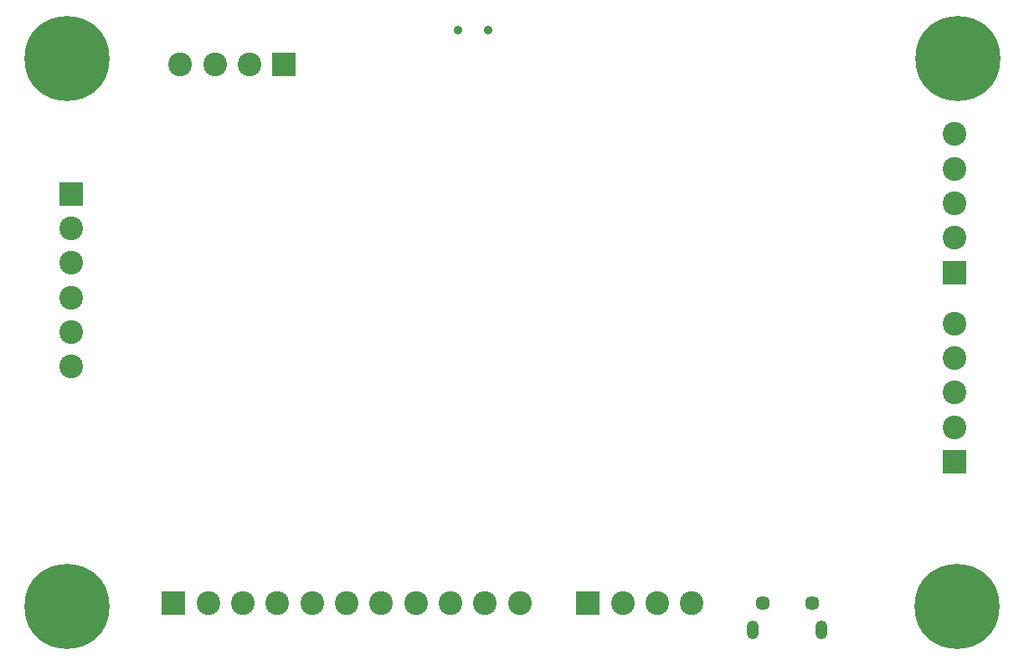
<source format=gbr>
%TF.GenerationSoftware,KiCad,Pcbnew,(5.1.8)-1*%
%TF.CreationDate,2020-12-28T13:01:50-08:00*%
%TF.ProjectId,STMboard,53544d62-6f61-4726-942e-6b696361645f,rev?*%
%TF.SameCoordinates,Original*%
%TF.FileFunction,Soldermask,Bot*%
%TF.FilePolarity,Negative*%
%FSLAX46Y46*%
G04 Gerber Fmt 4.6, Leading zero omitted, Abs format (unit mm)*
G04 Created by KiCad (PCBNEW (5.1.8)-1) date 2020-12-28 13:01:50*
%MOMM*%
%LPD*%
G01*
G04 APERTURE LIST*
%ADD10R,2.400000X2.400000*%
%ADD11C,2.400000*%
%ADD12C,0.900000*%
%ADD13C,8.600000*%
%ADD14C,1.450000*%
%ADD15O,1.200000X1.900000*%
G04 APERTURE END LIST*
D10*
%TO.C,J8*%
X185110000Y-115830000D03*
D11*
X185110000Y-112330000D03*
X185110000Y-108830000D03*
X185110000Y-105330000D03*
X185110000Y-101830000D03*
%TD*%
D12*
%TO.C,H1*%
X187655419Y-72719581D03*
X185375000Y-71775000D03*
X183094581Y-72719581D03*
X182150000Y-75000000D03*
X183094581Y-77280419D03*
X185375000Y-78225000D03*
X187655419Y-77280419D03*
X188600000Y-75000000D03*
D13*
X185375000Y-75000000D03*
%TD*%
D12*
%TO.C,H2*%
X187605419Y-128219581D03*
X185325000Y-127275000D03*
X183044581Y-128219581D03*
X182100000Y-130500000D03*
X183044581Y-132780419D03*
X185325000Y-133725000D03*
X187605419Y-132780419D03*
X188550000Y-130500000D03*
D13*
X185325000Y-130500000D03*
%TD*%
%TO.C,H3*%
X95325000Y-130500000D03*
D12*
X98550000Y-130500000D03*
X97605419Y-132780419D03*
X95325000Y-133725000D03*
X93044581Y-132780419D03*
X92100000Y-130500000D03*
X93044581Y-128219581D03*
X95325000Y-127275000D03*
X97605419Y-128219581D03*
%TD*%
D13*
%TO.C,H4*%
X95325000Y-75000000D03*
D12*
X98550000Y-75000000D03*
X97605419Y-77280419D03*
X95325000Y-78225000D03*
X93044581Y-77280419D03*
X92100000Y-75000000D03*
X93044581Y-72719581D03*
X95325000Y-71775000D03*
X97605419Y-72719581D03*
%TD*%
D10*
%TO.C,J1*%
X95760000Y-88700000D03*
D11*
X95760000Y-92200000D03*
X95760000Y-95700000D03*
X95760000Y-99200000D03*
X95760000Y-102700000D03*
X95760000Y-106200000D03*
%TD*%
D14*
%TO.C,J2*%
X165650000Y-130137500D03*
X170650000Y-130137500D03*
D15*
X164650000Y-132837500D03*
X171650000Y-132837500D03*
%TD*%
D11*
%TO.C,J4*%
X106790000Y-75580000D03*
X110290000Y-75580000D03*
X113790000Y-75580000D03*
D10*
X117290000Y-75580000D03*
%TD*%
D11*
%TO.C,J5*%
X185120000Y-82670000D03*
X185120000Y-86170000D03*
X185120000Y-89670000D03*
X185120000Y-93170000D03*
D10*
X185120000Y-96670000D03*
%TD*%
%TO.C,J6*%
X106100000Y-130170000D03*
D11*
X109600000Y-130170000D03*
X113100000Y-130170000D03*
X116600000Y-130170000D03*
X120100000Y-130170000D03*
X123600000Y-130170000D03*
X127100000Y-130170000D03*
X130600000Y-130170000D03*
X134100000Y-130170000D03*
X137600000Y-130170000D03*
X141100000Y-130170000D03*
%TD*%
D10*
%TO.C,J7*%
X148010000Y-130120000D03*
D11*
X151510000Y-130120000D03*
X155010000Y-130120000D03*
X158510000Y-130120000D03*
%TD*%
D12*
%TO.C,SW1*%
X137910000Y-72120000D03*
X134910000Y-72120000D03*
%TD*%
M02*

</source>
